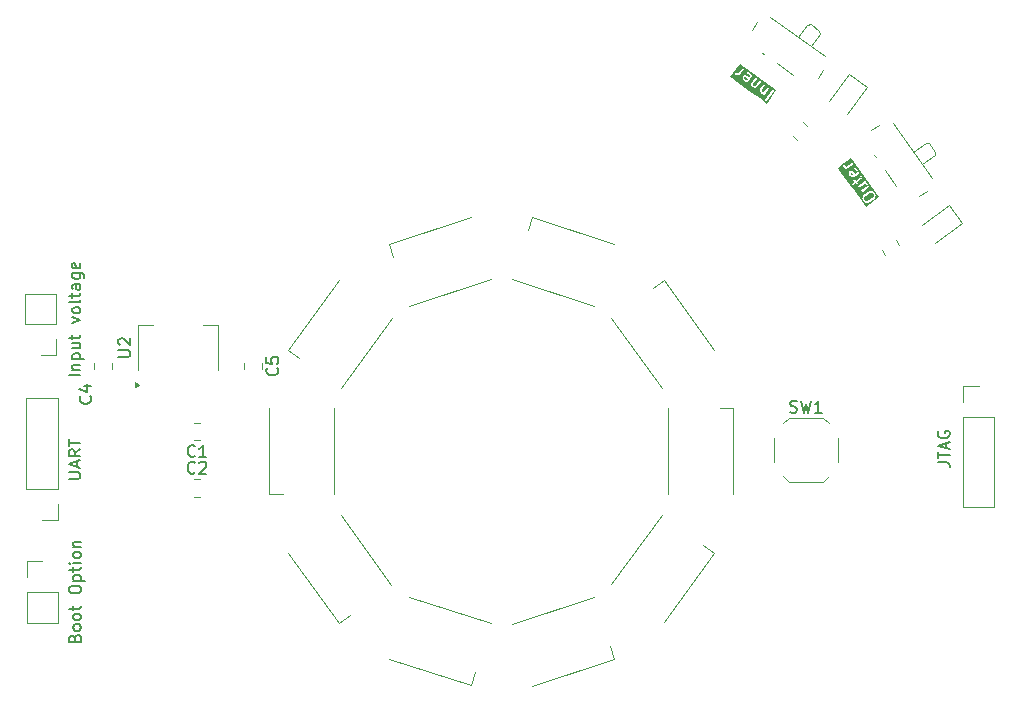
<source format=gbr>
%TF.GenerationSoftware,KiCad,Pcbnew,8.0.2*%
%TF.CreationDate,2024-09-15T21:25:22+02:00*%
%TF.ProjectId,LED_Coaster,4c45445f-436f-4617-9374-65722e6b6963,rev?*%
%TF.SameCoordinates,Original*%
%TF.FileFunction,Legend,Top*%
%TF.FilePolarity,Positive*%
%FSLAX46Y46*%
G04 Gerber Fmt 4.6, Leading zero omitted, Abs format (unit mm)*
G04 Created by KiCad (PCBNEW 8.0.2) date 2024-09-15 21:25:22*
%MOMM*%
%LPD*%
G01*
G04 APERTURE LIST*
%ADD10C,0.150000*%
%ADD11C,0.120000*%
G04 APERTURE END LIST*
D10*
G36*
X170900616Y-48467942D02*
G01*
X170853581Y-48533179D01*
X170795764Y-48564071D01*
X170733322Y-48554456D01*
X170607147Y-48464132D01*
X170576378Y-48406549D01*
X170586025Y-48343897D01*
X170596439Y-48329161D01*
X170900616Y-48467942D01*
G37*
G36*
X173279981Y-49443191D02*
G01*
X172474257Y-50552175D01*
X172114006Y-50290437D01*
X172357294Y-50290437D01*
X172361872Y-50319339D01*
X172377162Y-50344291D01*
X172400837Y-50361492D01*
X172429292Y-50368323D01*
X172458194Y-50363745D01*
X172483146Y-50348455D01*
X172492912Y-50337465D01*
X173088132Y-49515763D01*
X173094963Y-49487308D01*
X173090385Y-49458405D01*
X173075096Y-49433454D01*
X173051420Y-49416253D01*
X173022965Y-49409422D01*
X172994063Y-49413999D01*
X172969111Y-49429289D01*
X172959345Y-49440280D01*
X172364125Y-50261982D01*
X172357294Y-50290437D01*
X172114006Y-50290437D01*
X171003690Y-49483745D01*
X171887748Y-49483745D01*
X171889874Y-49492905D01*
X171890683Y-49502275D01*
X171893933Y-49510397D01*
X171894364Y-49512251D01*
X171895071Y-49513240D01*
X171896146Y-49515925D01*
X171941136Y-49600125D01*
X171941407Y-49601831D01*
X171946418Y-49610009D01*
X171953227Y-49622752D01*
X171955288Y-49624485D01*
X171956696Y-49626783D01*
X171967687Y-49636549D01*
X172074885Y-49712945D01*
X172076017Y-49714528D01*
X172084700Y-49719940D01*
X172095944Y-49727953D01*
X172098566Y-49728582D01*
X172100852Y-49730007D01*
X172115049Y-49733827D01*
X172168156Y-49742004D01*
X172172554Y-49769769D01*
X172187844Y-49794721D01*
X172211519Y-49811922D01*
X172239974Y-49818753D01*
X172268876Y-49814175D01*
X172293828Y-49798885D01*
X172303594Y-49787895D01*
X172702886Y-49235867D01*
X172709717Y-49207411D01*
X172705139Y-49178509D01*
X172689849Y-49153557D01*
X172666174Y-49136356D01*
X172637719Y-49129525D01*
X172608816Y-49134103D01*
X172583865Y-49149393D01*
X172574099Y-49160383D01*
X172257638Y-49597895D01*
X172235207Y-49601853D01*
X172158660Y-49590066D01*
X172071006Y-49527599D01*
X172040314Y-49470161D01*
X172049906Y-49407867D01*
X172356165Y-48983958D01*
X172362996Y-48955503D01*
X172358418Y-48926601D01*
X172343128Y-48901649D01*
X172319453Y-48884448D01*
X172290998Y-48877617D01*
X172262096Y-48882195D01*
X172237144Y-48897485D01*
X172227378Y-48908475D01*
X171927489Y-49323566D01*
X171925480Y-49325004D01*
X171919373Y-49334801D01*
X171912055Y-49344931D01*
X171911425Y-49347552D01*
X171910001Y-49349838D01*
X171906181Y-49364036D01*
X171890538Y-49465625D01*
X171888166Y-49473119D01*
X171888603Y-49478188D01*
X171887748Y-49483745D01*
X171003690Y-49483745D01*
X170271722Y-48951939D01*
X171155780Y-48951939D01*
X171157906Y-48961099D01*
X171158715Y-48970469D01*
X171161965Y-48978591D01*
X171162396Y-48980445D01*
X171163103Y-48981434D01*
X171164178Y-48984119D01*
X171209168Y-49068318D01*
X171209439Y-49070026D01*
X171214450Y-49078204D01*
X171221259Y-49090946D01*
X171223321Y-49092680D01*
X171224729Y-49094977D01*
X171235719Y-49104743D01*
X171342917Y-49181138D01*
X171344050Y-49182722D01*
X171352740Y-49188138D01*
X171363978Y-49196147D01*
X171366599Y-49196776D01*
X171368885Y-49198201D01*
X171383082Y-49202021D01*
X171436187Y-49210197D01*
X171440586Y-49237964D01*
X171455876Y-49262916D01*
X171479551Y-49280117D01*
X171508006Y-49286948D01*
X171536908Y-49282370D01*
X171561860Y-49267080D01*
X171571626Y-49256090D01*
X171970918Y-48704060D01*
X171977749Y-48675605D01*
X171973171Y-48646703D01*
X171957881Y-48621751D01*
X171934206Y-48604550D01*
X171905751Y-48597719D01*
X171876849Y-48602297D01*
X171851897Y-48617587D01*
X171842131Y-48628577D01*
X171525671Y-49066089D01*
X171503239Y-49070047D01*
X171426693Y-49058260D01*
X171339038Y-48995793D01*
X171308346Y-48938355D01*
X171317938Y-48876061D01*
X171624197Y-48452152D01*
X171631028Y-48423697D01*
X171626450Y-48394795D01*
X171611160Y-48369843D01*
X171587485Y-48352642D01*
X171559030Y-48345811D01*
X171530128Y-48350389D01*
X171505176Y-48365679D01*
X171495410Y-48376669D01*
X171195521Y-48791760D01*
X171193512Y-48793198D01*
X171187405Y-48802995D01*
X171180087Y-48813125D01*
X171179457Y-48815746D01*
X171178033Y-48818032D01*
X171174213Y-48832230D01*
X171158570Y-48933819D01*
X171156198Y-48941313D01*
X171156635Y-48946382D01*
X171155780Y-48951939D01*
X170271722Y-48951939D01*
X169539754Y-48420133D01*
X170423812Y-48420133D01*
X170425938Y-48429293D01*
X170426747Y-48438663D01*
X170429997Y-48446785D01*
X170430428Y-48448639D01*
X170431135Y-48449628D01*
X170432210Y-48452313D01*
X170477200Y-48536513D01*
X170477471Y-48538219D01*
X170482480Y-48546393D01*
X170489291Y-48559140D01*
X170491354Y-48560875D01*
X170492761Y-48563171D01*
X170503751Y-48572937D01*
X170649374Y-48677183D01*
X170650606Y-48678906D01*
X170659686Y-48684565D01*
X170670534Y-48692331D01*
X170673155Y-48692960D01*
X170675441Y-48694385D01*
X170689638Y-48698205D01*
X170791223Y-48713846D01*
X170798721Y-48716220D01*
X170803794Y-48715782D01*
X170809347Y-48716637D01*
X170818503Y-48714512D01*
X170827877Y-48713703D01*
X170836000Y-48710451D01*
X170837853Y-48710022D01*
X170838842Y-48709314D01*
X170841527Y-48708240D01*
X170925729Y-48663250D01*
X170927435Y-48662980D01*
X170935607Y-48657972D01*
X170948355Y-48651161D01*
X170950090Y-48649097D01*
X170952387Y-48647690D01*
X170962153Y-48636700D01*
X171071582Y-48484923D01*
X171074158Y-48482538D01*
X171075663Y-48479264D01*
X171178136Y-48337136D01*
X171180081Y-48335746D01*
X171186090Y-48326103D01*
X171193506Y-48315819D01*
X171194135Y-48313196D01*
X171195560Y-48310911D01*
X171199380Y-48296714D01*
X171215021Y-48195128D01*
X171217395Y-48187630D01*
X171216957Y-48182557D01*
X171217812Y-48177005D01*
X171215687Y-48167848D01*
X171214878Y-48158475D01*
X171211626Y-48150350D01*
X171211197Y-48148499D01*
X171210489Y-48147510D01*
X171209415Y-48144824D01*
X171164425Y-48060627D01*
X171164155Y-48058918D01*
X171159134Y-48050724D01*
X171152334Y-48037998D01*
X171150274Y-48036265D01*
X171148865Y-48033966D01*
X171137874Y-48024200D01*
X170992248Y-47919951D01*
X170991018Y-47918231D01*
X170981943Y-47912574D01*
X170971091Y-47904806D01*
X170968469Y-47904176D01*
X170966184Y-47902752D01*
X170951986Y-47898932D01*
X170832277Y-47880499D01*
X170803771Y-47887115D01*
X170779967Y-47904135D01*
X170764488Y-47928970D01*
X170759690Y-47957838D01*
X170766306Y-47986344D01*
X170783326Y-48010148D01*
X170808161Y-48025627D01*
X170822358Y-48029447D01*
X170908301Y-48042680D01*
X171034477Y-48133004D01*
X171065246Y-48190588D01*
X171055648Y-48252915D01*
X170989230Y-48345035D01*
X170609299Y-48171691D01*
X170603610Y-48167558D01*
X170596496Y-48165850D01*
X170589642Y-48162723D01*
X170582299Y-48162442D01*
X170575154Y-48160727D01*
X170567819Y-48161888D01*
X170560400Y-48161605D01*
X170553508Y-48164155D01*
X170546252Y-48165305D01*
X170539920Y-48169184D01*
X170532956Y-48171762D01*
X170527566Y-48176754D01*
X170521300Y-48180594D01*
X170511534Y-48191585D01*
X170511492Y-48191644D01*
X170511488Y-48191648D01*
X170511485Y-48191653D01*
X170462871Y-48260442D01*
X170461544Y-48261392D01*
X170456635Y-48269267D01*
X170448119Y-48281318D01*
X170447489Y-48283940D01*
X170446065Y-48286226D01*
X170442245Y-48300424D01*
X170426602Y-48402013D01*
X170424230Y-48409507D01*
X170424667Y-48414576D01*
X170423812Y-48420133D01*
X169539754Y-48420133D01*
X169400516Y-48318971D01*
X169628266Y-48005500D01*
X169779450Y-48005500D01*
X169784027Y-48034403D01*
X169799317Y-48059355D01*
X169810308Y-48069121D01*
X169879163Y-48117781D01*
X169880114Y-48119111D01*
X169887995Y-48124023D01*
X169900041Y-48132536D01*
X169902663Y-48133165D01*
X169904949Y-48134590D01*
X169919146Y-48138410D01*
X170015446Y-48153237D01*
X170010597Y-48173440D01*
X170015175Y-48202342D01*
X170030465Y-48227294D01*
X170054140Y-48244495D01*
X170082595Y-48251326D01*
X170111497Y-48246748D01*
X170136449Y-48231458D01*
X170146215Y-48220468D01*
X170545507Y-47668438D01*
X170552338Y-47639983D01*
X170547760Y-47611081D01*
X170532470Y-47586129D01*
X170508795Y-47568928D01*
X170480340Y-47562097D01*
X170451438Y-47566675D01*
X170426486Y-47581965D01*
X170416720Y-47592955D01*
X170148898Y-47963223D01*
X170082189Y-47998868D01*
X170039303Y-48006436D01*
X169962619Y-47994628D01*
X169885792Y-47940334D01*
X169857337Y-47933503D01*
X169828434Y-47938080D01*
X169803482Y-47953370D01*
X169786281Y-47977045D01*
X169779450Y-48005500D01*
X169628266Y-48005500D01*
X170206240Y-47209987D01*
X173279981Y-49443191D01*
G37*
G36*
X181356645Y-58111346D02*
G01*
X181426397Y-58146510D01*
X181518486Y-58271405D01*
X181531824Y-58346161D01*
X181516640Y-58448407D01*
X181412595Y-58574301D01*
X181158719Y-58760363D01*
X181001453Y-58825040D01*
X180901913Y-58810258D01*
X180832162Y-58775095D01*
X180740073Y-58650201D01*
X180726735Y-58575443D01*
X180741919Y-58473197D01*
X180845963Y-58347305D01*
X181099838Y-58161242D01*
X181257107Y-58096565D01*
X181356645Y-58111346D01*
G37*
G36*
X179860195Y-56583827D02*
G01*
X179795303Y-56631336D01*
X179730771Y-56642850D01*
X179674355Y-56614410D01*
X179582266Y-56489515D01*
X179570799Y-56425245D01*
X179599335Y-56368639D01*
X179613793Y-56357843D01*
X179860195Y-56583827D01*
G37*
G36*
X181989677Y-58477756D02*
G01*
X180879526Y-59284328D01*
X180360705Y-58570231D01*
X180576374Y-58570231D01*
X180576625Y-58574001D01*
X180576395Y-58575552D01*
X180576856Y-58577476D01*
X180577352Y-58584902D01*
X180594120Y-58678881D01*
X180593850Y-58680590D01*
X180596091Y-58689925D01*
X180598627Y-58704138D01*
X180600051Y-58706423D01*
X180600681Y-58709045D01*
X180608116Y-58721730D01*
X180714399Y-58865877D01*
X180715038Y-58867894D01*
X180721920Y-58876077D01*
X180729841Y-58886820D01*
X180732138Y-58888228D01*
X180733873Y-58890290D01*
X180746196Y-58898310D01*
X180841164Y-58946184D01*
X180849296Y-58951168D01*
X180852931Y-58952116D01*
X180854350Y-58952832D01*
X180856324Y-58953002D01*
X180863522Y-58954881D01*
X180988666Y-58973465D01*
X180992964Y-58975293D01*
X181001511Y-58975373D01*
X181011228Y-58976816D01*
X181016648Y-58975514D01*
X181022227Y-58975567D01*
X181036336Y-58971430D01*
X181213699Y-58898487D01*
X181221771Y-58896550D01*
X181229672Y-58891918D01*
X181231454Y-58891186D01*
X181232241Y-58890412D01*
X181234456Y-58889115D01*
X181499367Y-58694965D01*
X181507025Y-58690973D01*
X181513590Y-58684541D01*
X181515119Y-58683421D01*
X181515697Y-58682477D01*
X181517528Y-58680684D01*
X181637241Y-58535832D01*
X181641227Y-58532937D01*
X181645793Y-58525485D01*
X181651931Y-58518059D01*
X181653604Y-58512738D01*
X181656517Y-58507986D01*
X181660230Y-58493760D01*
X181679935Y-58361066D01*
X181682185Y-58351373D01*
X181681934Y-58347607D01*
X181682165Y-58346054D01*
X181681702Y-58344127D01*
X181681208Y-58336703D01*
X181664439Y-58242723D01*
X181664710Y-58241015D01*
X181662468Y-58231679D01*
X181659933Y-58217467D01*
X181658508Y-58215181D01*
X181657879Y-58212560D01*
X181650444Y-58199875D01*
X181544161Y-58055731D01*
X181543523Y-58053713D01*
X181536633Y-58045521D01*
X181528719Y-58034787D01*
X181526423Y-58033380D01*
X181524688Y-58031317D01*
X181512365Y-58023296D01*
X181417398Y-57975421D01*
X181409264Y-57970436D01*
X181405627Y-57969487D01*
X181404211Y-57968773D01*
X181402237Y-57968602D01*
X181395037Y-57966724D01*
X181269893Y-57948140D01*
X181265596Y-57946313D01*
X181257048Y-57946232D01*
X181247331Y-57944790D01*
X181241911Y-57946091D01*
X181236334Y-57946039D01*
X181222225Y-57950175D01*
X181044856Y-58023118D01*
X181036788Y-58025055D01*
X181028891Y-58029683D01*
X181027106Y-58030418D01*
X181026315Y-58031193D01*
X181024104Y-58032490D01*
X180759195Y-58226638D01*
X180751534Y-58230633D01*
X180744967Y-58237065D01*
X180743441Y-58238185D01*
X180742863Y-58239128D01*
X180741031Y-58240923D01*
X180621317Y-58385772D01*
X180617333Y-58388668D01*
X180612766Y-58396119D01*
X180606629Y-58403546D01*
X180604955Y-58408866D01*
X180602043Y-58413619D01*
X180598330Y-58427846D01*
X180578626Y-58560526D01*
X180576374Y-58570231D01*
X180360705Y-58570231D01*
X179654771Y-57598596D01*
X180219757Y-57598596D01*
X180226588Y-57627051D01*
X180243789Y-57650726D01*
X180268741Y-57666016D01*
X180297643Y-57670594D01*
X180326098Y-57663763D01*
X180338783Y-57656328D01*
X180774953Y-57338019D01*
X180797508Y-57341186D01*
X180866667Y-57376051D01*
X180930730Y-57462549D01*
X180942169Y-57526658D01*
X180913795Y-57582941D01*
X180491533Y-57891463D01*
X180476243Y-57916414D01*
X180471665Y-57945317D01*
X180478496Y-57973772D01*
X180495697Y-57997447D01*
X180520648Y-58012737D01*
X180549551Y-58017315D01*
X180578006Y-58010484D01*
X180590691Y-58003049D01*
X181004169Y-57700946D01*
X181006526Y-57700200D01*
X181015368Y-57692763D01*
X181025452Y-57685396D01*
X181026859Y-57683099D01*
X181028923Y-57681364D01*
X181036943Y-57669042D01*
X181083216Y-57577252D01*
X181087785Y-57570862D01*
X181088934Y-57565908D01*
X181091466Y-57560887D01*
X181092275Y-57551511D01*
X181094400Y-57542356D01*
X181093818Y-57533631D01*
X181093983Y-57531731D01*
X181093614Y-57530568D01*
X181093423Y-57527686D01*
X181076654Y-57433705D01*
X181076925Y-57431997D01*
X181074683Y-57422658D01*
X181072148Y-57408450D01*
X181070723Y-57406164D01*
X181070094Y-57403542D01*
X181062659Y-57390858D01*
X180984313Y-57285075D01*
X180983727Y-57283221D01*
X180977139Y-57275387D01*
X180968923Y-57264294D01*
X180966625Y-57262886D01*
X180964892Y-57260825D01*
X180952569Y-57252804D01*
X180904588Y-57228615D01*
X180908986Y-57200851D01*
X180902155Y-57172396D01*
X180884954Y-57148721D01*
X180860002Y-57133431D01*
X180831100Y-57128853D01*
X180802645Y-57135684D01*
X180789960Y-57143119D01*
X180239625Y-57544742D01*
X180224335Y-57569694D01*
X180219757Y-57598596D01*
X179654771Y-57598596D01*
X179517223Y-57409278D01*
X179670187Y-57409278D01*
X179677018Y-57437733D01*
X179694219Y-57461408D01*
X179719171Y-57476698D01*
X179748073Y-57481276D01*
X179776528Y-57474445D01*
X179789213Y-57467010D01*
X179998878Y-57314148D01*
X180047861Y-57381053D01*
X180072812Y-57396343D01*
X180101715Y-57400921D01*
X180130170Y-57394090D01*
X180153845Y-57376889D01*
X180169135Y-57351937D01*
X180173713Y-57323035D01*
X180166882Y-57294579D01*
X180159447Y-57281895D01*
X180118963Y-57226598D01*
X180472284Y-56969003D01*
X180474720Y-56968232D01*
X180483694Y-56960684D01*
X180493647Y-56953428D01*
X180495056Y-56951128D01*
X180497116Y-56949396D01*
X180505137Y-56937074D01*
X180551408Y-56845287D01*
X180555979Y-56838895D01*
X180557128Y-56833939D01*
X180559660Y-56828919D01*
X180560469Y-56819545D01*
X180562594Y-56810389D01*
X180562012Y-56801664D01*
X180562177Y-56799764D01*
X180561808Y-56798601D01*
X180561617Y-56795719D01*
X180544848Y-56701739D01*
X180545119Y-56700031D01*
X180542877Y-56690695D01*
X180540342Y-56676483D01*
X180538917Y-56674197D01*
X180538288Y-56671576D01*
X180530853Y-56658891D01*
X180465107Y-56570851D01*
X180440156Y-56555561D01*
X180411253Y-56550983D01*
X180382798Y-56557814D01*
X180359123Y-56575015D01*
X180343833Y-56599966D01*
X180339255Y-56628869D01*
X180346086Y-56657324D01*
X180353521Y-56670009D01*
X180398977Y-56730878D01*
X180410362Y-56794691D01*
X180382004Y-56850943D01*
X180031191Y-57106711D01*
X179925763Y-56962708D01*
X179900811Y-56947418D01*
X179871909Y-56942840D01*
X179843454Y-56949671D01*
X179819779Y-56966872D01*
X179804489Y-56991824D01*
X179799911Y-57020726D01*
X179806742Y-57049181D01*
X179814177Y-57061866D01*
X179911106Y-57194261D01*
X179690055Y-57355424D01*
X179674765Y-57380376D01*
X179670187Y-57409278D01*
X179517223Y-57409278D01*
X178790876Y-56409547D01*
X179418567Y-56409547D01*
X179419148Y-56418275D01*
X179418985Y-56420173D01*
X179419352Y-56421334D01*
X179419545Y-56424218D01*
X179436313Y-56518198D01*
X179436043Y-56519907D01*
X179438284Y-56529245D01*
X179440820Y-56543454D01*
X179442244Y-56545739D01*
X179442874Y-56548362D01*
X179450309Y-56561046D01*
X179556592Y-56705190D01*
X179557231Y-56707208D01*
X179564117Y-56715395D01*
X179572035Y-56726134D01*
X179574332Y-56727542D01*
X179576067Y-56729604D01*
X179588389Y-56737625D01*
X179680172Y-56783894D01*
X179686567Y-56788467D01*
X179691524Y-56789617D01*
X179696544Y-56792148D01*
X179705911Y-56792956D01*
X179715073Y-56795083D01*
X179723801Y-56794501D01*
X179725699Y-56794665D01*
X179726860Y-56794297D01*
X179729744Y-56794105D01*
X179823723Y-56777336D01*
X179825432Y-56777607D01*
X179834767Y-56775365D01*
X179848980Y-56772830D01*
X179851265Y-56771405D01*
X179853887Y-56770776D01*
X179866572Y-56763341D01*
X180017547Y-56652808D01*
X180020733Y-56651336D01*
X180023175Y-56648687D01*
X180164553Y-56545181D01*
X180166834Y-56544460D01*
X180175537Y-56537140D01*
X180185759Y-56529657D01*
X180187166Y-56527360D01*
X180189230Y-56525625D01*
X180197250Y-56513302D01*
X180243520Y-56421514D01*
X180248091Y-56415123D01*
X180249240Y-56410168D01*
X180251772Y-56405147D01*
X180252581Y-56395773D01*
X180254706Y-56386617D01*
X180254124Y-56377891D01*
X180254289Y-56375991D01*
X180253920Y-56374828D01*
X180253729Y-56371947D01*
X180236960Y-56277967D01*
X180237231Y-56276259D01*
X180234989Y-56266923D01*
X180232454Y-56252711D01*
X180231029Y-56250425D01*
X180230400Y-56247804D01*
X180222965Y-56235119D01*
X180116682Y-56090975D01*
X180116044Y-56088957D01*
X180109154Y-56080765D01*
X180101240Y-56070031D01*
X180098944Y-56068624D01*
X180097209Y-56066561D01*
X180084886Y-56058540D01*
X179976732Y-56004017D01*
X179947576Y-56001500D01*
X179919678Y-56010331D01*
X179897282Y-56029167D01*
X179883798Y-56055139D01*
X179881281Y-56084295D01*
X179890112Y-56112193D01*
X179908948Y-56134589D01*
X179921270Y-56142610D01*
X179998918Y-56181754D01*
X180091007Y-56306649D01*
X180102475Y-56370920D01*
X180074087Y-56427232D01*
X179982452Y-56494320D01*
X179674684Y-56212055D01*
X179670549Y-56206364D01*
X179664310Y-56202541D01*
X179658759Y-56197450D01*
X179651861Y-56194913D01*
X179645597Y-56191075D01*
X179638265Y-56189913D01*
X179631294Y-56187350D01*
X179623950Y-56187646D01*
X179616694Y-56186497D01*
X179609472Y-56188230D01*
X179602055Y-56188530D01*
X179595388Y-56191611D01*
X179588239Y-56193328D01*
X179575555Y-56200763D01*
X179575495Y-56200807D01*
X179575492Y-56200809D01*
X179575488Y-56200812D01*
X179507998Y-56251212D01*
X179506442Y-56251705D01*
X179499333Y-56257683D01*
X179487515Y-56266509D01*
X179486107Y-56268806D01*
X179484046Y-56270540D01*
X179476025Y-56282863D01*
X179429753Y-56374648D01*
X179425183Y-56381041D01*
X179424032Y-56385996D01*
X179421502Y-56391017D01*
X179420693Y-56400386D01*
X179418567Y-56409547D01*
X178790876Y-56409547D01*
X178478384Y-55979439D01*
X178688936Y-55826464D01*
X178932227Y-55826464D01*
X178939058Y-55854919D01*
X178946493Y-55867603D01*
X178996943Y-55935160D01*
X178997436Y-55936717D01*
X179003412Y-55943822D01*
X179012239Y-55955643D01*
X179014536Y-55957050D01*
X179016271Y-55959113D01*
X179028594Y-55967133D01*
X179115599Y-56010993D01*
X179104744Y-56028708D01*
X179100166Y-56057610D01*
X179106997Y-56086065D01*
X179124198Y-56109740D01*
X179149150Y-56125030D01*
X179178052Y-56129608D01*
X179206507Y-56122777D01*
X179219192Y-56115342D01*
X179769527Y-55713719D01*
X179784817Y-55688767D01*
X179789395Y-55659865D01*
X179782564Y-55631410D01*
X179765363Y-55607735D01*
X179740411Y-55592445D01*
X179711509Y-55587867D01*
X179683054Y-55594698D01*
X179670369Y-55602133D01*
X179301235Y-55871519D01*
X179226779Y-55884804D01*
X179183652Y-55878748D01*
X179114369Y-55843822D01*
X179058079Y-55768444D01*
X179033127Y-55753154D01*
X179004224Y-55748577D01*
X178975769Y-55755408D01*
X178952094Y-55772609D01*
X178936804Y-55797561D01*
X178932227Y-55826464D01*
X178688936Y-55826464D01*
X179588535Y-55172867D01*
X181989677Y-58477756D01*
G37*
X174466667Y-76677200D02*
X174609524Y-76724819D01*
X174609524Y-76724819D02*
X174847619Y-76724819D01*
X174847619Y-76724819D02*
X174942857Y-76677200D01*
X174942857Y-76677200D02*
X174990476Y-76629580D01*
X174990476Y-76629580D02*
X175038095Y-76534342D01*
X175038095Y-76534342D02*
X175038095Y-76439104D01*
X175038095Y-76439104D02*
X174990476Y-76343866D01*
X174990476Y-76343866D02*
X174942857Y-76296247D01*
X174942857Y-76296247D02*
X174847619Y-76248628D01*
X174847619Y-76248628D02*
X174657143Y-76201009D01*
X174657143Y-76201009D02*
X174561905Y-76153390D01*
X174561905Y-76153390D02*
X174514286Y-76105771D01*
X174514286Y-76105771D02*
X174466667Y-76010533D01*
X174466667Y-76010533D02*
X174466667Y-75915295D01*
X174466667Y-75915295D02*
X174514286Y-75820057D01*
X174514286Y-75820057D02*
X174561905Y-75772438D01*
X174561905Y-75772438D02*
X174657143Y-75724819D01*
X174657143Y-75724819D02*
X174895238Y-75724819D01*
X174895238Y-75724819D02*
X175038095Y-75772438D01*
X175371429Y-75724819D02*
X175609524Y-76724819D01*
X175609524Y-76724819D02*
X175800000Y-76010533D01*
X175800000Y-76010533D02*
X175990476Y-76724819D01*
X175990476Y-76724819D02*
X176228572Y-75724819D01*
X177133333Y-76724819D02*
X176561905Y-76724819D01*
X176847619Y-76724819D02*
X176847619Y-75724819D01*
X176847619Y-75724819D02*
X176752381Y-75867676D01*
X176752381Y-75867676D02*
X176657143Y-75962914D01*
X176657143Y-75962914D02*
X176561905Y-76010533D01*
X124053333Y-80382080D02*
X124005714Y-80429700D01*
X124005714Y-80429700D02*
X123862857Y-80477319D01*
X123862857Y-80477319D02*
X123767619Y-80477319D01*
X123767619Y-80477319D02*
X123624762Y-80429700D01*
X123624762Y-80429700D02*
X123529524Y-80334461D01*
X123529524Y-80334461D02*
X123481905Y-80239223D01*
X123481905Y-80239223D02*
X123434286Y-80048747D01*
X123434286Y-80048747D02*
X123434286Y-79905890D01*
X123434286Y-79905890D02*
X123481905Y-79715414D01*
X123481905Y-79715414D02*
X123529524Y-79620176D01*
X123529524Y-79620176D02*
X123624762Y-79524938D01*
X123624762Y-79524938D02*
X123767619Y-79477319D01*
X123767619Y-79477319D02*
X123862857Y-79477319D01*
X123862857Y-79477319D02*
X124005714Y-79524938D01*
X124005714Y-79524938D02*
X124053333Y-79572557D01*
X125005714Y-80477319D02*
X124434286Y-80477319D01*
X124720000Y-80477319D02*
X124720000Y-79477319D01*
X124720000Y-79477319D02*
X124624762Y-79620176D01*
X124624762Y-79620176D02*
X124529524Y-79715414D01*
X124529524Y-79715414D02*
X124434286Y-79763033D01*
X186954819Y-80936666D02*
X187669104Y-80936666D01*
X187669104Y-80936666D02*
X187811961Y-80984285D01*
X187811961Y-80984285D02*
X187907200Y-81079523D01*
X187907200Y-81079523D02*
X187954819Y-81222380D01*
X187954819Y-81222380D02*
X187954819Y-81317618D01*
X186954819Y-80603332D02*
X186954819Y-80031904D01*
X187954819Y-80317618D02*
X186954819Y-80317618D01*
X187669104Y-79746189D02*
X187669104Y-79269999D01*
X187954819Y-79841427D02*
X186954819Y-79508094D01*
X186954819Y-79508094D02*
X187954819Y-79174761D01*
X187002438Y-78317618D02*
X186954819Y-78412856D01*
X186954819Y-78412856D02*
X186954819Y-78555713D01*
X186954819Y-78555713D02*
X187002438Y-78698570D01*
X187002438Y-78698570D02*
X187097676Y-78793808D01*
X187097676Y-78793808D02*
X187192914Y-78841427D01*
X187192914Y-78841427D02*
X187383390Y-78889046D01*
X187383390Y-78889046D02*
X187526247Y-78889046D01*
X187526247Y-78889046D02*
X187716723Y-78841427D01*
X187716723Y-78841427D02*
X187811961Y-78793808D01*
X187811961Y-78793808D02*
X187907200Y-78698570D01*
X187907200Y-78698570D02*
X187954819Y-78555713D01*
X187954819Y-78555713D02*
X187954819Y-78460475D01*
X187954819Y-78460475D02*
X187907200Y-78317618D01*
X187907200Y-78317618D02*
X187859580Y-78269999D01*
X187859580Y-78269999D02*
X187526247Y-78269999D01*
X187526247Y-78269999D02*
X187526247Y-78460475D01*
X113356069Y-82318987D02*
X114165592Y-82318987D01*
X114165592Y-82318987D02*
X114260830Y-82271368D01*
X114260830Y-82271368D02*
X114308450Y-82223749D01*
X114308450Y-82223749D02*
X114356069Y-82128511D01*
X114356069Y-82128511D02*
X114356069Y-81938035D01*
X114356069Y-81938035D02*
X114308450Y-81842797D01*
X114308450Y-81842797D02*
X114260830Y-81795178D01*
X114260830Y-81795178D02*
X114165592Y-81747559D01*
X114165592Y-81747559D02*
X113356069Y-81747559D01*
X114070354Y-81318987D02*
X114070354Y-80842797D01*
X114356069Y-81414225D02*
X113356069Y-81080892D01*
X113356069Y-81080892D02*
X114356069Y-80747559D01*
X114356069Y-79842797D02*
X113879878Y-80176130D01*
X114356069Y-80414225D02*
X113356069Y-80414225D01*
X113356069Y-80414225D02*
X113356069Y-80033273D01*
X113356069Y-80033273D02*
X113403688Y-79938035D01*
X113403688Y-79938035D02*
X113451307Y-79890416D01*
X113451307Y-79890416D02*
X113546545Y-79842797D01*
X113546545Y-79842797D02*
X113689402Y-79842797D01*
X113689402Y-79842797D02*
X113784640Y-79890416D01*
X113784640Y-79890416D02*
X113832259Y-79938035D01*
X113832259Y-79938035D02*
X113879878Y-80033273D01*
X113879878Y-80033273D02*
X113879878Y-80414225D01*
X113356069Y-79557082D02*
X113356069Y-78985654D01*
X114356069Y-79271368D02*
X113356069Y-79271368D01*
X117587319Y-71985654D02*
X118396842Y-71985654D01*
X118396842Y-71985654D02*
X118492080Y-71938035D01*
X118492080Y-71938035D02*
X118539700Y-71890416D01*
X118539700Y-71890416D02*
X118587319Y-71795178D01*
X118587319Y-71795178D02*
X118587319Y-71604702D01*
X118587319Y-71604702D02*
X118539700Y-71509464D01*
X118539700Y-71509464D02*
X118492080Y-71461845D01*
X118492080Y-71461845D02*
X118396842Y-71414226D01*
X118396842Y-71414226D02*
X117587319Y-71414226D01*
X117682557Y-70985654D02*
X117634938Y-70938035D01*
X117634938Y-70938035D02*
X117587319Y-70842797D01*
X117587319Y-70842797D02*
X117587319Y-70604702D01*
X117587319Y-70604702D02*
X117634938Y-70509464D01*
X117634938Y-70509464D02*
X117682557Y-70461845D01*
X117682557Y-70461845D02*
X117777795Y-70414226D01*
X117777795Y-70414226D02*
X117873033Y-70414226D01*
X117873033Y-70414226D02*
X118015890Y-70461845D01*
X118015890Y-70461845D02*
X118587319Y-71033273D01*
X118587319Y-71033273D02*
X118587319Y-70414226D01*
X113881009Y-95794762D02*
X113928628Y-95651905D01*
X113928628Y-95651905D02*
X113976247Y-95604286D01*
X113976247Y-95604286D02*
X114071485Y-95556667D01*
X114071485Y-95556667D02*
X114214342Y-95556667D01*
X114214342Y-95556667D02*
X114309580Y-95604286D01*
X114309580Y-95604286D02*
X114357200Y-95651905D01*
X114357200Y-95651905D02*
X114404819Y-95747143D01*
X114404819Y-95747143D02*
X114404819Y-96128095D01*
X114404819Y-96128095D02*
X113404819Y-96128095D01*
X113404819Y-96128095D02*
X113404819Y-95794762D01*
X113404819Y-95794762D02*
X113452438Y-95699524D01*
X113452438Y-95699524D02*
X113500057Y-95651905D01*
X113500057Y-95651905D02*
X113595295Y-95604286D01*
X113595295Y-95604286D02*
X113690533Y-95604286D01*
X113690533Y-95604286D02*
X113785771Y-95651905D01*
X113785771Y-95651905D02*
X113833390Y-95699524D01*
X113833390Y-95699524D02*
X113881009Y-95794762D01*
X113881009Y-95794762D02*
X113881009Y-96128095D01*
X114404819Y-94985238D02*
X114357200Y-95080476D01*
X114357200Y-95080476D02*
X114309580Y-95128095D01*
X114309580Y-95128095D02*
X114214342Y-95175714D01*
X114214342Y-95175714D02*
X113928628Y-95175714D01*
X113928628Y-95175714D02*
X113833390Y-95128095D01*
X113833390Y-95128095D02*
X113785771Y-95080476D01*
X113785771Y-95080476D02*
X113738152Y-94985238D01*
X113738152Y-94985238D02*
X113738152Y-94842381D01*
X113738152Y-94842381D02*
X113785771Y-94747143D01*
X113785771Y-94747143D02*
X113833390Y-94699524D01*
X113833390Y-94699524D02*
X113928628Y-94651905D01*
X113928628Y-94651905D02*
X114214342Y-94651905D01*
X114214342Y-94651905D02*
X114309580Y-94699524D01*
X114309580Y-94699524D02*
X114357200Y-94747143D01*
X114357200Y-94747143D02*
X114404819Y-94842381D01*
X114404819Y-94842381D02*
X114404819Y-94985238D01*
X114404819Y-94080476D02*
X114357200Y-94175714D01*
X114357200Y-94175714D02*
X114309580Y-94223333D01*
X114309580Y-94223333D02*
X114214342Y-94270952D01*
X114214342Y-94270952D02*
X113928628Y-94270952D01*
X113928628Y-94270952D02*
X113833390Y-94223333D01*
X113833390Y-94223333D02*
X113785771Y-94175714D01*
X113785771Y-94175714D02*
X113738152Y-94080476D01*
X113738152Y-94080476D02*
X113738152Y-93937619D01*
X113738152Y-93937619D02*
X113785771Y-93842381D01*
X113785771Y-93842381D02*
X113833390Y-93794762D01*
X113833390Y-93794762D02*
X113928628Y-93747143D01*
X113928628Y-93747143D02*
X114214342Y-93747143D01*
X114214342Y-93747143D02*
X114309580Y-93794762D01*
X114309580Y-93794762D02*
X114357200Y-93842381D01*
X114357200Y-93842381D02*
X114404819Y-93937619D01*
X114404819Y-93937619D02*
X114404819Y-94080476D01*
X113738152Y-93461428D02*
X113738152Y-93080476D01*
X113404819Y-93318571D02*
X114261961Y-93318571D01*
X114261961Y-93318571D02*
X114357200Y-93270952D01*
X114357200Y-93270952D02*
X114404819Y-93175714D01*
X114404819Y-93175714D02*
X114404819Y-93080476D01*
X113404819Y-91794761D02*
X113404819Y-91604285D01*
X113404819Y-91604285D02*
X113452438Y-91509047D01*
X113452438Y-91509047D02*
X113547676Y-91413809D01*
X113547676Y-91413809D02*
X113738152Y-91366190D01*
X113738152Y-91366190D02*
X114071485Y-91366190D01*
X114071485Y-91366190D02*
X114261961Y-91413809D01*
X114261961Y-91413809D02*
X114357200Y-91509047D01*
X114357200Y-91509047D02*
X114404819Y-91604285D01*
X114404819Y-91604285D02*
X114404819Y-91794761D01*
X114404819Y-91794761D02*
X114357200Y-91889999D01*
X114357200Y-91889999D02*
X114261961Y-91985237D01*
X114261961Y-91985237D02*
X114071485Y-92032856D01*
X114071485Y-92032856D02*
X113738152Y-92032856D01*
X113738152Y-92032856D02*
X113547676Y-91985237D01*
X113547676Y-91985237D02*
X113452438Y-91889999D01*
X113452438Y-91889999D02*
X113404819Y-91794761D01*
X113738152Y-90937618D02*
X114738152Y-90937618D01*
X113785771Y-90937618D02*
X113738152Y-90842380D01*
X113738152Y-90842380D02*
X113738152Y-90651904D01*
X113738152Y-90651904D02*
X113785771Y-90556666D01*
X113785771Y-90556666D02*
X113833390Y-90509047D01*
X113833390Y-90509047D02*
X113928628Y-90461428D01*
X113928628Y-90461428D02*
X114214342Y-90461428D01*
X114214342Y-90461428D02*
X114309580Y-90509047D01*
X114309580Y-90509047D02*
X114357200Y-90556666D01*
X114357200Y-90556666D02*
X114404819Y-90651904D01*
X114404819Y-90651904D02*
X114404819Y-90842380D01*
X114404819Y-90842380D02*
X114357200Y-90937618D01*
X113738152Y-90175713D02*
X113738152Y-89794761D01*
X113404819Y-90032856D02*
X114261961Y-90032856D01*
X114261961Y-90032856D02*
X114357200Y-89985237D01*
X114357200Y-89985237D02*
X114404819Y-89889999D01*
X114404819Y-89889999D02*
X114404819Y-89794761D01*
X114404819Y-89461427D02*
X113738152Y-89461427D01*
X113404819Y-89461427D02*
X113452438Y-89509046D01*
X113452438Y-89509046D02*
X113500057Y-89461427D01*
X113500057Y-89461427D02*
X113452438Y-89413808D01*
X113452438Y-89413808D02*
X113404819Y-89461427D01*
X113404819Y-89461427D02*
X113500057Y-89461427D01*
X114404819Y-88842380D02*
X114357200Y-88937618D01*
X114357200Y-88937618D02*
X114309580Y-88985237D01*
X114309580Y-88985237D02*
X114214342Y-89032856D01*
X114214342Y-89032856D02*
X113928628Y-89032856D01*
X113928628Y-89032856D02*
X113833390Y-88985237D01*
X113833390Y-88985237D02*
X113785771Y-88937618D01*
X113785771Y-88937618D02*
X113738152Y-88842380D01*
X113738152Y-88842380D02*
X113738152Y-88699523D01*
X113738152Y-88699523D02*
X113785771Y-88604285D01*
X113785771Y-88604285D02*
X113833390Y-88556666D01*
X113833390Y-88556666D02*
X113928628Y-88509047D01*
X113928628Y-88509047D02*
X114214342Y-88509047D01*
X114214342Y-88509047D02*
X114309580Y-88556666D01*
X114309580Y-88556666D02*
X114357200Y-88604285D01*
X114357200Y-88604285D02*
X114404819Y-88699523D01*
X114404819Y-88699523D02*
X114404819Y-88842380D01*
X113738152Y-88080475D02*
X114404819Y-88080475D01*
X113833390Y-88080475D02*
X113785771Y-88032856D01*
X113785771Y-88032856D02*
X113738152Y-87937618D01*
X113738152Y-87937618D02*
X113738152Y-87794761D01*
X113738152Y-87794761D02*
X113785771Y-87699523D01*
X113785771Y-87699523D02*
X113881009Y-87651904D01*
X113881009Y-87651904D02*
X114404819Y-87651904D01*
X115199580Y-75336666D02*
X115247200Y-75384285D01*
X115247200Y-75384285D02*
X115294819Y-75527142D01*
X115294819Y-75527142D02*
X115294819Y-75622380D01*
X115294819Y-75622380D02*
X115247200Y-75765237D01*
X115247200Y-75765237D02*
X115151961Y-75860475D01*
X115151961Y-75860475D02*
X115056723Y-75908094D01*
X115056723Y-75908094D02*
X114866247Y-75955713D01*
X114866247Y-75955713D02*
X114723390Y-75955713D01*
X114723390Y-75955713D02*
X114532914Y-75908094D01*
X114532914Y-75908094D02*
X114437676Y-75860475D01*
X114437676Y-75860475D02*
X114342438Y-75765237D01*
X114342438Y-75765237D02*
X114294819Y-75622380D01*
X114294819Y-75622380D02*
X114294819Y-75527142D01*
X114294819Y-75527142D02*
X114342438Y-75384285D01*
X114342438Y-75384285D02*
X114390057Y-75336666D01*
X114628152Y-74479523D02*
X115294819Y-74479523D01*
X114247200Y-74717618D02*
X114961485Y-74955713D01*
X114961485Y-74955713D02*
X114961485Y-74336666D01*
X114356069Y-73555595D02*
X113356069Y-73555595D01*
X113689402Y-73079405D02*
X114356069Y-73079405D01*
X113784640Y-73079405D02*
X113737021Y-73031786D01*
X113737021Y-73031786D02*
X113689402Y-72936548D01*
X113689402Y-72936548D02*
X113689402Y-72793691D01*
X113689402Y-72793691D02*
X113737021Y-72698453D01*
X113737021Y-72698453D02*
X113832259Y-72650834D01*
X113832259Y-72650834D02*
X114356069Y-72650834D01*
X113689402Y-72174643D02*
X114689402Y-72174643D01*
X113737021Y-72174643D02*
X113689402Y-72079405D01*
X113689402Y-72079405D02*
X113689402Y-71888929D01*
X113689402Y-71888929D02*
X113737021Y-71793691D01*
X113737021Y-71793691D02*
X113784640Y-71746072D01*
X113784640Y-71746072D02*
X113879878Y-71698453D01*
X113879878Y-71698453D02*
X114165592Y-71698453D01*
X114165592Y-71698453D02*
X114260830Y-71746072D01*
X114260830Y-71746072D02*
X114308450Y-71793691D01*
X114308450Y-71793691D02*
X114356069Y-71888929D01*
X114356069Y-71888929D02*
X114356069Y-72079405D01*
X114356069Y-72079405D02*
X114308450Y-72174643D01*
X113689402Y-70841310D02*
X114356069Y-70841310D01*
X113689402Y-71269881D02*
X114213211Y-71269881D01*
X114213211Y-71269881D02*
X114308450Y-71222262D01*
X114308450Y-71222262D02*
X114356069Y-71127024D01*
X114356069Y-71127024D02*
X114356069Y-70984167D01*
X114356069Y-70984167D02*
X114308450Y-70888929D01*
X114308450Y-70888929D02*
X114260830Y-70841310D01*
X113689402Y-70507976D02*
X113689402Y-70127024D01*
X113356069Y-70365119D02*
X114213211Y-70365119D01*
X114213211Y-70365119D02*
X114308450Y-70317500D01*
X114308450Y-70317500D02*
X114356069Y-70222262D01*
X114356069Y-70222262D02*
X114356069Y-70127024D01*
X113689402Y-69127023D02*
X114356069Y-68888928D01*
X114356069Y-68888928D02*
X113689402Y-68650833D01*
X114356069Y-68127023D02*
X114308450Y-68222261D01*
X114308450Y-68222261D02*
X114260830Y-68269880D01*
X114260830Y-68269880D02*
X114165592Y-68317499D01*
X114165592Y-68317499D02*
X113879878Y-68317499D01*
X113879878Y-68317499D02*
X113784640Y-68269880D01*
X113784640Y-68269880D02*
X113737021Y-68222261D01*
X113737021Y-68222261D02*
X113689402Y-68127023D01*
X113689402Y-68127023D02*
X113689402Y-67984166D01*
X113689402Y-67984166D02*
X113737021Y-67888928D01*
X113737021Y-67888928D02*
X113784640Y-67841309D01*
X113784640Y-67841309D02*
X113879878Y-67793690D01*
X113879878Y-67793690D02*
X114165592Y-67793690D01*
X114165592Y-67793690D02*
X114260830Y-67841309D01*
X114260830Y-67841309D02*
X114308450Y-67888928D01*
X114308450Y-67888928D02*
X114356069Y-67984166D01*
X114356069Y-67984166D02*
X114356069Y-68127023D01*
X114356069Y-67222261D02*
X114308450Y-67317499D01*
X114308450Y-67317499D02*
X114213211Y-67365118D01*
X114213211Y-67365118D02*
X113356069Y-67365118D01*
X113689402Y-66984165D02*
X113689402Y-66603213D01*
X113356069Y-66841308D02*
X114213211Y-66841308D01*
X114213211Y-66841308D02*
X114308450Y-66793689D01*
X114308450Y-66793689D02*
X114356069Y-66698451D01*
X114356069Y-66698451D02*
X114356069Y-66603213D01*
X114356069Y-65841308D02*
X113832259Y-65841308D01*
X113832259Y-65841308D02*
X113737021Y-65888927D01*
X113737021Y-65888927D02*
X113689402Y-65984165D01*
X113689402Y-65984165D02*
X113689402Y-66174641D01*
X113689402Y-66174641D02*
X113737021Y-66269879D01*
X114308450Y-65841308D02*
X114356069Y-65936546D01*
X114356069Y-65936546D02*
X114356069Y-66174641D01*
X114356069Y-66174641D02*
X114308450Y-66269879D01*
X114308450Y-66269879D02*
X114213211Y-66317498D01*
X114213211Y-66317498D02*
X114117973Y-66317498D01*
X114117973Y-66317498D02*
X114022735Y-66269879D01*
X114022735Y-66269879D02*
X113975116Y-66174641D01*
X113975116Y-66174641D02*
X113975116Y-65936546D01*
X113975116Y-65936546D02*
X113927497Y-65841308D01*
X113689402Y-64936546D02*
X114498926Y-64936546D01*
X114498926Y-64936546D02*
X114594164Y-64984165D01*
X114594164Y-64984165D02*
X114641783Y-65031784D01*
X114641783Y-65031784D02*
X114689402Y-65127022D01*
X114689402Y-65127022D02*
X114689402Y-65269879D01*
X114689402Y-65269879D02*
X114641783Y-65365117D01*
X114308450Y-64936546D02*
X114356069Y-65031784D01*
X114356069Y-65031784D02*
X114356069Y-65222260D01*
X114356069Y-65222260D02*
X114308450Y-65317498D01*
X114308450Y-65317498D02*
X114260830Y-65365117D01*
X114260830Y-65365117D02*
X114165592Y-65412736D01*
X114165592Y-65412736D02*
X113879878Y-65412736D01*
X113879878Y-65412736D02*
X113784640Y-65365117D01*
X113784640Y-65365117D02*
X113737021Y-65317498D01*
X113737021Y-65317498D02*
X113689402Y-65222260D01*
X113689402Y-65222260D02*
X113689402Y-65031784D01*
X113689402Y-65031784D02*
X113737021Y-64936546D01*
X114308450Y-64079403D02*
X114356069Y-64174641D01*
X114356069Y-64174641D02*
X114356069Y-64365117D01*
X114356069Y-64365117D02*
X114308450Y-64460355D01*
X114308450Y-64460355D02*
X114213211Y-64507974D01*
X114213211Y-64507974D02*
X113832259Y-64507974D01*
X113832259Y-64507974D02*
X113737021Y-64460355D01*
X113737021Y-64460355D02*
X113689402Y-64365117D01*
X113689402Y-64365117D02*
X113689402Y-64174641D01*
X113689402Y-64174641D02*
X113737021Y-64079403D01*
X113737021Y-64079403D02*
X113832259Y-64031784D01*
X113832259Y-64031784D02*
X113927497Y-64031784D01*
X113927497Y-64031784D02*
X114022735Y-64507974D01*
X131022080Y-72952916D02*
X131069700Y-73000535D01*
X131069700Y-73000535D02*
X131117319Y-73143392D01*
X131117319Y-73143392D02*
X131117319Y-73238630D01*
X131117319Y-73238630D02*
X131069700Y-73381487D01*
X131069700Y-73381487D02*
X130974461Y-73476725D01*
X130974461Y-73476725D02*
X130879223Y-73524344D01*
X130879223Y-73524344D02*
X130688747Y-73571963D01*
X130688747Y-73571963D02*
X130545890Y-73571963D01*
X130545890Y-73571963D02*
X130355414Y-73524344D01*
X130355414Y-73524344D02*
X130260176Y-73476725D01*
X130260176Y-73476725D02*
X130164938Y-73381487D01*
X130164938Y-73381487D02*
X130117319Y-73238630D01*
X130117319Y-73238630D02*
X130117319Y-73143392D01*
X130117319Y-73143392D02*
X130164938Y-73000535D01*
X130164938Y-73000535D02*
X130212557Y-72952916D01*
X130117319Y-72048154D02*
X130117319Y-72524344D01*
X130117319Y-72524344D02*
X130593509Y-72571963D01*
X130593509Y-72571963D02*
X130545890Y-72524344D01*
X130545890Y-72524344D02*
X130498271Y-72429106D01*
X130498271Y-72429106D02*
X130498271Y-72191011D01*
X130498271Y-72191011D02*
X130545890Y-72095773D01*
X130545890Y-72095773D02*
X130593509Y-72048154D01*
X130593509Y-72048154D02*
X130688747Y-72000535D01*
X130688747Y-72000535D02*
X130926842Y-72000535D01*
X130926842Y-72000535D02*
X131022080Y-72048154D01*
X131022080Y-72048154D02*
X131069700Y-72095773D01*
X131069700Y-72095773D02*
X131117319Y-72191011D01*
X131117319Y-72191011D02*
X131117319Y-72429106D01*
X131117319Y-72429106D02*
X131069700Y-72524344D01*
X131069700Y-72524344D02*
X131022080Y-72571963D01*
X124053333Y-81784580D02*
X124005714Y-81832200D01*
X124005714Y-81832200D02*
X123862857Y-81879819D01*
X123862857Y-81879819D02*
X123767619Y-81879819D01*
X123767619Y-81879819D02*
X123624762Y-81832200D01*
X123624762Y-81832200D02*
X123529524Y-81736961D01*
X123529524Y-81736961D02*
X123481905Y-81641723D01*
X123481905Y-81641723D02*
X123434286Y-81451247D01*
X123434286Y-81451247D02*
X123434286Y-81308390D01*
X123434286Y-81308390D02*
X123481905Y-81117914D01*
X123481905Y-81117914D02*
X123529524Y-81022676D01*
X123529524Y-81022676D02*
X123624762Y-80927438D01*
X123624762Y-80927438D02*
X123767619Y-80879819D01*
X123767619Y-80879819D02*
X123862857Y-80879819D01*
X123862857Y-80879819D02*
X124005714Y-80927438D01*
X124005714Y-80927438D02*
X124053333Y-80975057D01*
X124434286Y-80975057D02*
X124481905Y-80927438D01*
X124481905Y-80927438D02*
X124577143Y-80879819D01*
X124577143Y-80879819D02*
X124815238Y-80879819D01*
X124815238Y-80879819D02*
X124910476Y-80927438D01*
X124910476Y-80927438D02*
X124958095Y-80975057D01*
X124958095Y-80975057D02*
X125005714Y-81070295D01*
X125005714Y-81070295D02*
X125005714Y-81165533D01*
X125005714Y-81165533D02*
X124958095Y-81308390D01*
X124958095Y-81308390D02*
X124386667Y-81879819D01*
X124386667Y-81879819D02*
X125005714Y-81879819D01*
D11*
%TO.C,SW1*%
X173080000Y-80910000D02*
X173080000Y-78830000D01*
X174350000Y-77150000D02*
X173860000Y-77640000D01*
X174350000Y-77150000D02*
X177250000Y-77150000D01*
X174350000Y-82590000D02*
X173860000Y-82100000D01*
X174350000Y-82590000D02*
X177250000Y-82590000D01*
X177250000Y-77150000D02*
X177740000Y-77640000D01*
X177250000Y-82590000D02*
X177740000Y-82100000D01*
X178520000Y-80910000D02*
X178520000Y-78830000D01*
%TO.C,D32*%
X179272871Y-51458291D02*
X180953937Y-49144502D01*
X179400624Y-48015955D02*
X177719558Y-50329743D01*
X180953937Y-49144502D02*
X179400624Y-48015955D01*
%TO.C,D31*%
X186713257Y-62371442D02*
X189027045Y-60690376D01*
X187898498Y-59137063D02*
X185584709Y-60818129D01*
X189027045Y-60690376D02*
X187898498Y-59137063D01*
%TO.C,D29*%
X150911363Y-94596706D02*
X157854076Y-92340883D01*
X152610956Y-99827515D02*
X159553669Y-97571692D01*
X159553669Y-97571692D02*
X159198299Y-96477976D01*
%TO.C,C1*%
X124481252Y-77607500D02*
X123958748Y-77607500D01*
X124481252Y-79077500D02*
X123958748Y-79077500D01*
%TO.C,SW2*%
X181682619Y-55089311D02*
X181565062Y-54927507D01*
X181966250Y-52349301D02*
X181327127Y-52813651D01*
X183445974Y-57516362D02*
X182446739Y-56141033D01*
X185382845Y-58395869D02*
X186021968Y-57931518D01*
X185634116Y-55679370D02*
X186677748Y-54921127D01*
X185913627Y-53869405D02*
X184869995Y-54627648D01*
X185913627Y-53869405D02*
X186201077Y-53907774D01*
X186486404Y-56852445D02*
X183136028Y-52241048D01*
X186677748Y-54921127D02*
X186730084Y-54635889D01*
X186730084Y-54635889D02*
X186201077Y-53907774D01*
%TO.C,D28*%
X140454480Y-97548333D02*
X147397193Y-99804156D01*
X142154073Y-92317524D02*
X149096786Y-94573347D01*
X147397193Y-99804156D02*
X147752562Y-98710442D01*
%TO.C,D25*%
X131978936Y-71418714D02*
X132909306Y-72094667D01*
X136269768Y-65512890D02*
X131978936Y-71418714D01*
X140719362Y-68745708D02*
X136428530Y-74651532D01*
%TO.C,D23*%
X152602697Y-60185382D02*
X152247328Y-61279096D01*
X157845817Y-67672014D02*
X150903104Y-65416191D01*
X159545410Y-62441205D02*
X152602697Y-60185382D01*
%TO.C,D24*%
X140449835Y-62443725D02*
X140805205Y-63537441D01*
X147392548Y-60187902D02*
X140449835Y-62443725D01*
X149092141Y-65418711D02*
X142149428Y-67674534D01*
%TO.C,D22*%
X163598578Y-74621380D02*
X159307746Y-68715556D01*
X163757340Y-65482738D02*
X162826970Y-66158691D01*
X168048172Y-71388562D02*
X163757340Y-65482738D01*
%TO.C,J3*%
X189080000Y-74450000D02*
X190410000Y-74450000D01*
X189080000Y-75780000D02*
X189080000Y-74450000D01*
X189080000Y-77050000D02*
X189080000Y-84730000D01*
X189080000Y-77050000D02*
X191740000Y-77050000D01*
X189080000Y-84730000D02*
X191740000Y-84730000D01*
X191740000Y-77050000D02*
X191740000Y-84730000D01*
%TO.C,J4*%
X109780000Y-83200000D02*
X109780000Y-75520000D01*
X112440000Y-75520000D02*
X109780000Y-75520000D01*
X112440000Y-83200000D02*
X109780000Y-83200000D01*
X112440000Y-83200000D02*
X112440000Y-75520000D01*
X112440000Y-84470000D02*
X112440000Y-85800000D01*
X112440000Y-85800000D02*
X111110000Y-85800000D01*
%TO.C,D27*%
X131950639Y-88605746D02*
X136241471Y-94511570D01*
X136241471Y-94511570D02*
X137171841Y-93835617D01*
X136400233Y-85372928D02*
X140691065Y-91278752D01*
%TO.C,R8*%
X175025676Y-53607092D02*
X174658279Y-53340163D01*
X175889721Y-52417837D02*
X175522324Y-52150908D01*
%TO.C,U2*%
X119222500Y-69313749D02*
X120482500Y-69313749D01*
X119222500Y-73073750D02*
X119222500Y-69313749D01*
X126042500Y-73073750D02*
X126042501Y-69313750D01*
X126042501Y-69313750D02*
X124782501Y-69313750D01*
X119322500Y-74353750D02*
X118992500Y-74593751D01*
X118992501Y-74113750D01*
X119322500Y-74353750D01*
G36*
X119322500Y-74353750D02*
G01*
X118992500Y-74593751D01*
X118992501Y-74113750D01*
X119322500Y-74353750D01*
G37*
%TO.C,J2*%
X109810000Y-89315000D02*
X111140000Y-89315000D01*
X109810000Y-90645000D02*
X109810000Y-89315000D01*
X109810000Y-91915000D02*
X109810000Y-94515000D01*
X109810000Y-91915000D02*
X112470000Y-91915000D01*
X109810000Y-94515000D02*
X112470000Y-94515000D01*
X112470000Y-91915000D02*
X112470000Y-94515000D01*
%TO.C,SW3*%
X171681657Y-43682200D02*
X171217306Y-44321323D01*
X172258617Y-46375751D02*
X172096813Y-46258194D01*
X174685668Y-48139106D02*
X173310339Y-47139872D01*
X175905573Y-43908098D02*
X175147330Y-44951730D01*
X175905573Y-43908098D02*
X176190811Y-43855762D01*
X176199052Y-45715851D02*
X176957295Y-44672219D01*
X176799524Y-48377041D02*
X177263874Y-47737918D01*
X176918927Y-44384768D02*
X176190811Y-43855762D01*
X176957295Y-44672219D02*
X176918927Y-44384768D01*
X177372127Y-46568140D02*
X172760730Y-43217764D01*
%TO.C,C4*%
X115547500Y-73047502D02*
X115547500Y-72524998D01*
X117017500Y-73047502D02*
X117017500Y-72524998D01*
%TO.C,D21*%
X164150000Y-83650000D02*
X164150000Y-76350000D01*
X169650000Y-76350000D02*
X168500000Y-76350000D01*
X169650000Y-83650000D02*
X169650000Y-76350000D01*
%TO.C,R7*%
X182480052Y-63353704D02*
X182213123Y-62986307D01*
X183669307Y-62489659D02*
X183402378Y-62122262D01*
%TO.C,J1*%
X109670000Y-69255000D02*
X109670000Y-66655000D01*
X112330000Y-66655000D02*
X109670000Y-66655000D01*
X112330000Y-69255000D02*
X109670000Y-69255000D01*
X112330000Y-69255000D02*
X112330000Y-66655000D01*
X112330000Y-70525000D02*
X112330000Y-71855000D01*
X112330000Y-71855000D02*
X111000000Y-71855000D01*
%TO.C,C5*%
X128247500Y-72524998D02*
X128247500Y-73047502D01*
X129717500Y-72524998D02*
X129717500Y-73047502D01*
%TO.C,D26*%
X130360886Y-76323211D02*
X130360886Y-83623211D01*
X130360886Y-83623211D02*
X131510886Y-83623211D01*
X135860886Y-76323211D02*
X135860886Y-83623211D01*
%TO.C,D30*%
X159303044Y-91254587D02*
X163593876Y-85348763D01*
X163752638Y-94487405D02*
X168043470Y-88581581D01*
X168043470Y-88581581D02*
X167113100Y-87905628D01*
%TO.C,C2*%
X123958748Y-82370000D02*
X124481252Y-82370000D01*
X123958748Y-83840000D02*
X124481252Y-83840000D01*
%TD*%
M02*

</source>
